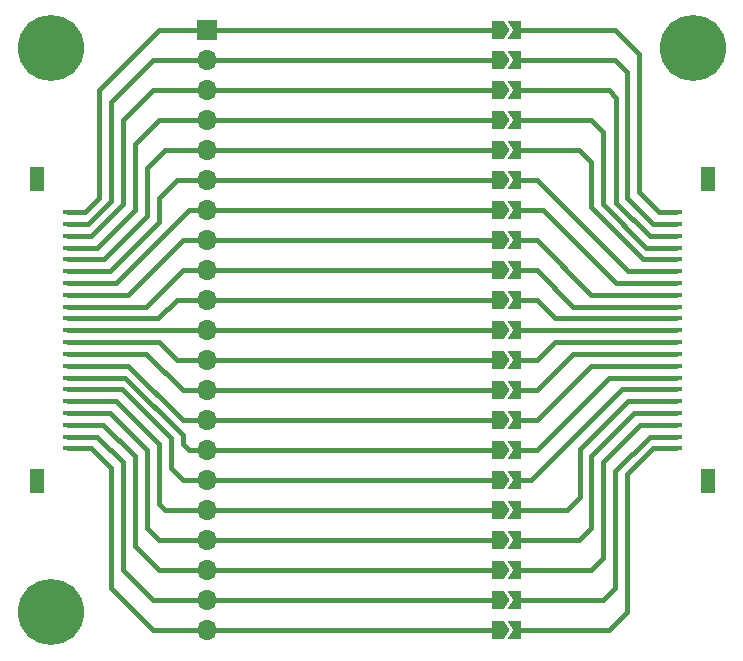
<source format=gbr>
%TF.GenerationSoftware,KiCad,Pcbnew,(6.0.4)*%
%TF.CreationDate,2022-05-17T22:38:10-07:00*%
%TF.ProjectId,ffc_interceptor,6666635f-696e-4746-9572-636570746f72,rev?*%
%TF.SameCoordinates,Original*%
%TF.FileFunction,Copper,L1,Top*%
%TF.FilePolarity,Positive*%
%FSLAX46Y46*%
G04 Gerber Fmt 4.6, Leading zero omitted, Abs format (unit mm)*
G04 Created by KiCad (PCBNEW (6.0.4)) date 2022-05-17 22:38:10*
%MOMM*%
%LPD*%
G01*
G04 APERTURE LIST*
G04 Aperture macros list*
%AMFreePoly0*
4,1,6,1.000000,0.000000,0.500000,-0.750000,-0.500000,-0.750000,-0.500000,0.750000,0.500000,0.750000,1.000000,0.000000,1.000000,0.000000,$1*%
%AMFreePoly1*
4,1,6,0.500000,-0.750000,-0.650000,-0.750000,-0.150000,0.000000,-0.650000,0.750000,0.500000,0.750000,0.500000,-0.750000,0.500000,-0.750000,$1*%
G04 Aperture macros list end*
%TA.AperFunction,SMDPad,CuDef*%
%ADD10FreePoly0,0.000000*%
%TD*%
%TA.AperFunction,SMDPad,CuDef*%
%ADD11FreePoly1,0.000000*%
%TD*%
%TA.AperFunction,SMDPad,CuDef*%
%ADD12R,1.000000X0.400000*%
%TD*%
%TA.AperFunction,SMDPad,CuDef*%
%ADD13R,1.300000X2.000000*%
%TD*%
%TA.AperFunction,ComponentPad*%
%ADD14C,3.600000*%
%TD*%
%TA.AperFunction,ConnectorPad*%
%ADD15C,5.600000*%
%TD*%
%TA.AperFunction,ComponentPad*%
%ADD16R,1.700000X1.700000*%
%TD*%
%TA.AperFunction,ComponentPad*%
%ADD17O,1.700000X1.700000*%
%TD*%
%TA.AperFunction,Conductor*%
%ADD18C,0.381000*%
%TD*%
G04 APERTURE END LIST*
D10*
%TO.P,JP8,1,A*%
%TO.N,Net-(JP8-Pad1)*%
X168947000Y-91440000D03*
D11*
%TO.P,JP8,2,B*%
%TO.N,Net-(JP8-Pad2)*%
X170397000Y-91440000D03*
%TD*%
D10*
%TO.P,JP18,1,A*%
%TO.N,Net-(JP18-Pad1)*%
X168947000Y-116840000D03*
D11*
%TO.P,JP18,2,B*%
%TO.N,Net-(JP18-Pad2)*%
X170397000Y-116840000D03*
%TD*%
D10*
%TO.P,JP1,1,A*%
%TO.N,Net-(JP1-Pad1)*%
X168947000Y-73660000D03*
D11*
%TO.P,JP1,2,B*%
%TO.N,Net-(JP1-Pad2)*%
X170397000Y-73660000D03*
%TD*%
D10*
%TO.P,JP11,1,A*%
%TO.N,Net-(JP11-Pad1)*%
X168947000Y-99060000D03*
D11*
%TO.P,JP11,2,B*%
%TO.N,Net-(JP11-Pad2)*%
X170397000Y-99060000D03*
%TD*%
D12*
%TO.P,J1,1,Pin_1*%
%TO.N,Net-(JP1-Pad1)*%
X132588000Y-89070000D03*
%TO.P,J1,2,Pin_2*%
%TO.N,Net-(JP2-Pad1)*%
X132588000Y-90070000D03*
%TO.P,J1,3,Pin_3*%
%TO.N,Net-(JP3-Pad1)*%
X132588000Y-91070000D03*
%TO.P,J1,4,Pin_4*%
%TO.N,Net-(JP4-Pad1)*%
X132588000Y-92070000D03*
%TO.P,J1,5,Pin_5*%
%TO.N,Net-(JP5-Pad1)*%
X132588000Y-93070000D03*
%TO.P,J1,6,Pin_6*%
%TO.N,Net-(JP6-Pad1)*%
X132588000Y-94070000D03*
%TO.P,J1,7,Pin_7*%
%TO.N,Net-(JP7-Pad1)*%
X132588000Y-95070000D03*
%TO.P,J1,8,Pin_8*%
%TO.N,Net-(JP8-Pad1)*%
X132588000Y-96070000D03*
%TO.P,J1,9,Pin_9*%
%TO.N,Net-(JP9-Pad1)*%
X132588000Y-97070000D03*
%TO.P,J1,10,Pin_10*%
%TO.N,Net-(JP10-Pad1)*%
X132588000Y-98070000D03*
%TO.P,J1,11,Pin_11*%
%TO.N,Net-(JP11-Pad1)*%
X132588000Y-99070000D03*
%TO.P,J1,12,Pin_12*%
%TO.N,Net-(JP12-Pad1)*%
X132588000Y-100070000D03*
%TO.P,J1,13,Pin_13*%
%TO.N,Net-(JP13-Pad1)*%
X132588000Y-101070000D03*
%TO.P,J1,14,Pin_14*%
%TO.N,Net-(JP14-Pad1)*%
X132588000Y-102070000D03*
%TO.P,J1,15,Pin_15*%
%TO.N,Net-(JP15-Pad1)*%
X132588000Y-103070000D03*
%TO.P,J1,16,Pin_16*%
%TO.N,Net-(JP16-Pad1)*%
X132588000Y-104070000D03*
%TO.P,J1,17,Pin_17*%
%TO.N,Net-(JP17-Pad1)*%
X132588000Y-105070000D03*
%TO.P,J1,18,Pin_18*%
%TO.N,Net-(JP18-Pad1)*%
X132588000Y-106070000D03*
%TO.P,J1,19,Pin_19*%
%TO.N,Net-(JP19-Pad1)*%
X132588000Y-107070000D03*
%TO.P,J1,20,Pin_20*%
%TO.N,Net-(JP20-Pad1)*%
X132588000Y-108070000D03*
%TO.P,J1,21,Pin_21*%
%TO.N,Net-(JP21-Pad1)*%
X132588000Y-109070000D03*
D13*
%TO.P,J1,MP*%
%TO.N,N/C*%
X129888000Y-111870000D03*
X129888000Y-86270000D03*
%TD*%
D10*
%TO.P,JP20,1,A*%
%TO.N,Net-(JP20-Pad1)*%
X168947000Y-121920000D03*
D11*
%TO.P,JP20,2,B*%
%TO.N,Net-(JP20-Pad2)*%
X170397000Y-121920000D03*
%TD*%
D12*
%TO.P,J3,1,Pin_1*%
%TO.N,Net-(JP21-Pad2)*%
X184002000Y-109070000D03*
%TO.P,J3,2,Pin_2*%
%TO.N,Net-(JP20-Pad2)*%
X184002000Y-108070000D03*
%TO.P,J3,3,Pin_3*%
%TO.N,Net-(JP19-Pad2)*%
X184002000Y-107070000D03*
%TO.P,J3,4,Pin_4*%
%TO.N,Net-(JP18-Pad2)*%
X184002000Y-106070000D03*
%TO.P,J3,5,Pin_5*%
%TO.N,Net-(JP17-Pad2)*%
X184002000Y-105070000D03*
%TO.P,J3,6,Pin_6*%
%TO.N,Net-(JP16-Pad2)*%
X184002000Y-104070000D03*
%TO.P,J3,7,Pin_7*%
%TO.N,Net-(JP15-Pad2)*%
X184002000Y-103070000D03*
%TO.P,J3,8,Pin_8*%
%TO.N,Net-(JP14-Pad2)*%
X184002000Y-102070000D03*
%TO.P,J3,9,Pin_9*%
%TO.N,Net-(JP13-Pad2)*%
X184002000Y-101070000D03*
%TO.P,J3,10,Pin_10*%
%TO.N,Net-(JP12-Pad2)*%
X184002000Y-100070000D03*
%TO.P,J3,11,Pin_11*%
%TO.N,Net-(JP11-Pad2)*%
X184002000Y-99070000D03*
%TO.P,J3,12,Pin_12*%
%TO.N,Net-(JP10-Pad2)*%
X184002000Y-98070000D03*
%TO.P,J3,13,Pin_13*%
%TO.N,Net-(JP9-Pad2)*%
X184002000Y-97070000D03*
%TO.P,J3,14,Pin_14*%
%TO.N,Net-(JP8-Pad2)*%
X184002000Y-96070000D03*
%TO.P,J3,15,Pin_15*%
%TO.N,Net-(JP7-Pad2)*%
X184002000Y-95070000D03*
%TO.P,J3,16,Pin_16*%
%TO.N,Net-(JP6-Pad2)*%
X184002000Y-94070000D03*
%TO.P,J3,17,Pin_17*%
%TO.N,Net-(JP5-Pad2)*%
X184002000Y-93070000D03*
%TO.P,J3,18,Pin_18*%
%TO.N,Net-(JP4-Pad2)*%
X184002000Y-92070000D03*
%TO.P,J3,19,Pin_19*%
%TO.N,Net-(JP3-Pad2)*%
X184002000Y-91070000D03*
%TO.P,J3,20,Pin_20*%
%TO.N,Net-(JP2-Pad2)*%
X184002000Y-90070000D03*
%TO.P,J3,21,Pin_21*%
%TO.N,Net-(JP1-Pad2)*%
X184002000Y-89070000D03*
D13*
%TO.P,J3,MP*%
%TO.N,N/C*%
X186702000Y-111870000D03*
X186702000Y-86270000D03*
%TD*%
D10*
%TO.P,JP3,1,A*%
%TO.N,Net-(JP3-Pad1)*%
X168947000Y-78740000D03*
D11*
%TO.P,JP3,2,B*%
%TO.N,Net-(JP3-Pad2)*%
X170397000Y-78740000D03*
%TD*%
D10*
%TO.P,JP15,1,A*%
%TO.N,Net-(JP15-Pad1)*%
X168947000Y-109220000D03*
D11*
%TO.P,JP15,2,B*%
%TO.N,Net-(JP15-Pad2)*%
X170397000Y-109220000D03*
%TD*%
D10*
%TO.P,JP13,1,A*%
%TO.N,Net-(JP13-Pad1)*%
X168947000Y-104140000D03*
D11*
%TO.P,JP13,2,B*%
%TO.N,Net-(JP13-Pad2)*%
X170397000Y-104140000D03*
%TD*%
D14*
%TO.P,H2,1*%
%TO.N,N/C*%
X131064000Y-75184000D03*
D15*
X131064000Y-75184000D03*
%TD*%
D10*
%TO.P,JP19,1,A*%
%TO.N,Net-(JP19-Pad1)*%
X168947000Y-119380000D03*
D11*
%TO.P,JP19,2,B*%
%TO.N,Net-(JP19-Pad2)*%
X170397000Y-119380000D03*
%TD*%
D10*
%TO.P,JP12,1,A*%
%TO.N,Net-(JP12-Pad1)*%
X168947000Y-101600000D03*
D11*
%TO.P,JP12,2,B*%
%TO.N,Net-(JP12-Pad2)*%
X170397000Y-101600000D03*
%TD*%
D10*
%TO.P,JP9,1,A*%
%TO.N,Net-(JP9-Pad1)*%
X168947000Y-93980000D03*
D11*
%TO.P,JP9,2,B*%
%TO.N,Net-(JP9-Pad2)*%
X170397000Y-93980000D03*
%TD*%
D10*
%TO.P,JP4,1,A*%
%TO.N,Net-(JP4-Pad1)*%
X168947000Y-81280000D03*
D11*
%TO.P,JP4,2,B*%
%TO.N,Net-(JP4-Pad2)*%
X170397000Y-81280000D03*
%TD*%
D10*
%TO.P,JP7,1,A*%
%TO.N,Net-(JP7-Pad1)*%
X168947000Y-88900000D03*
D11*
%TO.P,JP7,2,B*%
%TO.N,Net-(JP7-Pad2)*%
X170397000Y-88900000D03*
%TD*%
D10*
%TO.P,JP16,1,A*%
%TO.N,Net-(JP16-Pad1)*%
X168947000Y-111760000D03*
D11*
%TO.P,JP16,2,B*%
%TO.N,Net-(JP16-Pad2)*%
X170397000Y-111760000D03*
%TD*%
D10*
%TO.P,JP5,1,A*%
%TO.N,Net-(JP5-Pad1)*%
X168947000Y-83820000D03*
D11*
%TO.P,JP5,2,B*%
%TO.N,Net-(JP5-Pad2)*%
X170397000Y-83820000D03*
%TD*%
D10*
%TO.P,JP14,1,A*%
%TO.N,Net-(JP14-Pad1)*%
X168947000Y-106680000D03*
D11*
%TO.P,JP14,2,B*%
%TO.N,Net-(JP14-Pad2)*%
X170397000Y-106680000D03*
%TD*%
D10*
%TO.P,JP17,1,A*%
%TO.N,Net-(JP17-Pad1)*%
X168947000Y-114300000D03*
D11*
%TO.P,JP17,2,B*%
%TO.N,Net-(JP17-Pad2)*%
X170397000Y-114300000D03*
%TD*%
D10*
%TO.P,JP6,1,A*%
%TO.N,Net-(JP6-Pad1)*%
X168947000Y-86360000D03*
D11*
%TO.P,JP6,2,B*%
%TO.N,Net-(JP6-Pad2)*%
X170397000Y-86360000D03*
%TD*%
D14*
%TO.P,H3,1*%
%TO.N,N/C*%
X131064000Y-122936000D03*
D15*
X131064000Y-122936000D03*
%TD*%
D14*
%TO.P,H1,1*%
%TO.N,N/C*%
X185420000Y-75184000D03*
D15*
X185420000Y-75184000D03*
%TD*%
D10*
%TO.P,JP21,1,A*%
%TO.N,Net-(JP21-Pad1)*%
X168947000Y-124460000D03*
D11*
%TO.P,JP21,2,B*%
%TO.N,Net-(JP21-Pad2)*%
X170397000Y-124460000D03*
%TD*%
D10*
%TO.P,JP10,1,A*%
%TO.N,Net-(JP10-Pad1)*%
X168947000Y-96520000D03*
D11*
%TO.P,JP10,2,B*%
%TO.N,Net-(JP10-Pad2)*%
X170397000Y-96520000D03*
%TD*%
D16*
%TO.P,J2,1,Pin_1*%
%TO.N,Net-(JP1-Pad1)*%
X144272000Y-73660000D03*
D17*
%TO.P,J2,2,Pin_2*%
%TO.N,Net-(JP2-Pad1)*%
X144272000Y-76200000D03*
%TO.P,J2,3,Pin_3*%
%TO.N,Net-(JP3-Pad1)*%
X144272000Y-78740000D03*
%TO.P,J2,4,Pin_4*%
%TO.N,Net-(JP4-Pad1)*%
X144272000Y-81280000D03*
%TO.P,J2,5,Pin_5*%
%TO.N,Net-(JP5-Pad1)*%
X144272000Y-83820000D03*
%TO.P,J2,6,Pin_6*%
%TO.N,Net-(JP6-Pad1)*%
X144272000Y-86360000D03*
%TO.P,J2,7,Pin_7*%
%TO.N,Net-(JP7-Pad1)*%
X144272000Y-88900000D03*
%TO.P,J2,8,Pin_8*%
%TO.N,Net-(JP8-Pad1)*%
X144272000Y-91440000D03*
%TO.P,J2,9,Pin_9*%
%TO.N,Net-(JP9-Pad1)*%
X144272000Y-93980000D03*
%TO.P,J2,10,Pin_10*%
%TO.N,Net-(JP10-Pad1)*%
X144272000Y-96520000D03*
%TO.P,J2,11,Pin_11*%
%TO.N,Net-(JP11-Pad1)*%
X144272000Y-99060000D03*
%TO.P,J2,12,Pin_12*%
%TO.N,Net-(JP12-Pad1)*%
X144272000Y-101600000D03*
%TO.P,J2,13,Pin_13*%
%TO.N,Net-(JP13-Pad1)*%
X144272000Y-104140000D03*
%TO.P,J2,14,Pin_14*%
%TO.N,Net-(JP14-Pad1)*%
X144272000Y-106680000D03*
%TO.P,J2,15,Pin_15*%
%TO.N,Net-(JP15-Pad1)*%
X144272000Y-109220000D03*
%TO.P,J2,16,Pin_16*%
%TO.N,Net-(JP16-Pad1)*%
X144272000Y-111760000D03*
%TO.P,J2,17,Pin_17*%
%TO.N,Net-(JP17-Pad1)*%
X144272000Y-114300000D03*
%TO.P,J2,18,Pin_18*%
%TO.N,Net-(JP18-Pad1)*%
X144272000Y-116840000D03*
%TO.P,J2,19,Pin_19*%
%TO.N,Net-(JP19-Pad1)*%
X144272000Y-119380000D03*
%TO.P,J2,20,Pin_20*%
%TO.N,Net-(JP20-Pad1)*%
X144272000Y-121920000D03*
%TO.P,J2,21,Pin_21*%
%TO.N,Net-(JP21-Pad1)*%
X144272000Y-124460000D03*
%TD*%
D10*
%TO.P,JP2,1,A*%
%TO.N,Net-(JP2-Pad1)*%
X168947000Y-76200000D03*
D11*
%TO.P,JP2,2,B*%
%TO.N,Net-(JP2-Pad2)*%
X170397000Y-76200000D03*
%TD*%
D18*
%TO.N,Net-(JP1-Pad1)*%
X144272000Y-73660000D02*
X140208000Y-73660000D01*
X144272000Y-73660000D02*
X168947000Y-73660000D01*
X135128000Y-87884000D02*
X133944000Y-89068000D01*
X133944000Y-89068000D02*
X132482000Y-89068000D01*
X140208000Y-73660000D02*
X135128000Y-78740000D01*
X135128000Y-78740000D02*
X135128000Y-87884000D01*
%TO.N,Net-(JP2-Pad1)*%
X134200558Y-90068000D02*
X136144000Y-88124558D01*
X136144000Y-79756000D02*
X139700000Y-76200000D01*
X136144000Y-88124558D02*
X136144000Y-79756000D01*
X132482000Y-90068000D02*
X134200558Y-90068000D01*
X139700000Y-76200000D02*
X144272000Y-76200000D01*
X144272000Y-76200000D02*
X168947000Y-76200000D01*
%TO.N,Net-(JP3-Pad1)*%
X132482000Y-91068000D02*
X134457116Y-91068000D01*
X139700000Y-78740000D02*
X144272000Y-78740000D01*
X137160000Y-81280000D02*
X139700000Y-78740000D01*
X144272000Y-78740000D02*
X168947000Y-78740000D01*
X134457116Y-91068000D02*
X137160000Y-88365116D01*
X137160000Y-88365116D02*
X137160000Y-81280000D01*
%TO.N,Net-(JP4-Pad1)*%
X140208000Y-81280000D02*
X144272000Y-81280000D01*
X144272000Y-81280000D02*
X168947000Y-81280000D01*
X138176000Y-83312000D02*
X140208000Y-81280000D01*
X135008000Y-92068000D02*
X138176000Y-88900000D01*
X138176000Y-88900000D02*
X138176000Y-83312000D01*
X132482000Y-92068000D02*
X135008000Y-92068000D01*
%TO.N,Net-(JP5-Pad1)*%
X139192000Y-89408000D02*
X139192000Y-85344000D01*
X144272000Y-83820000D02*
X168947000Y-83820000D01*
X135532000Y-93068000D02*
X139192000Y-89408000D01*
X132482000Y-93068000D02*
X135532000Y-93068000D01*
X140716000Y-83820000D02*
X144272000Y-83820000D01*
X139192000Y-85344000D02*
X140716000Y-83820000D01*
%TO.N,Net-(JP6-Pad1)*%
X140208000Y-89916000D02*
X140208000Y-87884000D01*
X141732000Y-86360000D02*
X144272000Y-86360000D01*
X140208000Y-87884000D02*
X141732000Y-86360000D01*
X144272000Y-86360000D02*
X168947000Y-86360000D01*
X132482000Y-94068000D02*
X136056000Y-94068000D01*
X136056000Y-94068000D02*
X140208000Y-89916000D01*
%TO.N,Net-(JP7-Pad1)*%
X136580000Y-95068000D02*
X142748000Y-88900000D01*
X142748000Y-88900000D02*
X144272000Y-88900000D01*
X132482000Y-95068000D02*
X136580000Y-95068000D01*
X144272000Y-88900000D02*
X168947000Y-88900000D01*
%TO.N,Net-(JP8-Pad1)*%
X132482000Y-96068000D02*
X137612000Y-96068000D01*
X142240000Y-91440000D02*
X144272000Y-91440000D01*
X137612000Y-96068000D02*
X142240000Y-91440000D01*
X144272000Y-91440000D02*
X168947000Y-91440000D01*
%TO.N,Net-(JP9-Pad1)*%
X139152000Y-97068000D02*
X142240000Y-93980000D01*
X144272000Y-93980000D02*
X168947000Y-93980000D01*
X132482000Y-97068000D02*
X139152000Y-97068000D01*
X142240000Y-93980000D02*
X144272000Y-93980000D01*
%TO.N,Net-(JP10-Pad1)*%
X132482000Y-98068000D02*
X140184000Y-98068000D01*
X140184000Y-98068000D02*
X141732000Y-96520000D01*
X144272000Y-96520000D02*
X168947000Y-96520000D01*
X141732000Y-96520000D02*
X144272000Y-96520000D01*
%TO.N,Net-(JP11-Pad1)*%
X144272000Y-99060000D02*
X168947000Y-99060000D01*
X132482000Y-99068000D02*
X144264000Y-99068000D01*
X144264000Y-99068000D02*
X144272000Y-99060000D01*
%TO.N,Net-(JP12-Pad1)*%
X141732000Y-101600000D02*
X144272000Y-101600000D01*
X140200000Y-100068000D02*
X141732000Y-101600000D01*
X132482000Y-100068000D02*
X140200000Y-100068000D01*
X144272000Y-101600000D02*
X168947000Y-101600000D01*
%TO.N,Net-(JP13-Pad1)*%
X139168000Y-101068000D02*
X142240000Y-104140000D01*
X132482000Y-101068000D02*
X139168000Y-101068000D01*
X144272000Y-104140000D02*
X168947000Y-104140000D01*
X142240000Y-104140000D02*
X144272000Y-104140000D01*
%TO.N,Net-(JP14-Pad1)*%
X137628000Y-102068000D02*
X142240000Y-106680000D01*
X144272000Y-106680000D02*
X168947000Y-106680000D01*
X142240000Y-106680000D02*
X144272000Y-106680000D01*
X132482000Y-102068000D02*
X137628000Y-102068000D01*
%TO.N,Net-(JP15-Pad1)*%
X144272000Y-109220000D02*
X142748000Y-109220000D01*
X142240000Y-108712000D02*
X142240000Y-107963443D01*
X142748000Y-109220000D02*
X142240000Y-108712000D01*
X144272000Y-109220000D02*
X168947000Y-109220000D01*
X137344557Y-103068000D02*
X132482000Y-103068000D01*
X142240000Y-107963443D02*
X137344557Y-103068000D01*
%TO.N,Net-(JP16-Pad1)*%
X142240000Y-111760000D02*
X144272000Y-111760000D01*
X132482000Y-104068000D02*
X137088000Y-104068000D01*
X141224000Y-108204000D02*
X141224000Y-110744000D01*
X144272000Y-111760000D02*
X168947000Y-111760000D01*
X141224000Y-110744000D02*
X142240000Y-111760000D01*
X137088000Y-104068000D02*
X141224000Y-108204000D01*
%TO.N,Net-(JP17-Pad1)*%
X140208000Y-113792000D02*
X140716000Y-114300000D01*
X140208000Y-108712000D02*
X140208000Y-113792000D01*
X136564000Y-105068000D02*
X140208000Y-108712000D01*
X144272000Y-114300000D02*
X168947000Y-114300000D01*
X140716000Y-114300000D02*
X144272000Y-114300000D01*
X132482000Y-105068000D02*
X136564000Y-105068000D01*
%TO.N,Net-(JP18-Pad1)*%
X132482000Y-106068000D02*
X136040000Y-106068000D01*
X144272000Y-116840000D02*
X168947000Y-116840000D01*
X139192000Y-115824000D02*
X140208000Y-116840000D01*
X139192000Y-109220000D02*
X139192000Y-115824000D01*
X136040000Y-106068000D02*
X139192000Y-109220000D01*
X140208000Y-116840000D02*
X144272000Y-116840000D01*
%TO.N,Net-(JP19-Pad1)*%
X138176000Y-117348000D02*
X140208000Y-119380000D01*
X138176000Y-109728000D02*
X138176000Y-117348000D01*
X132482000Y-107068000D02*
X135516000Y-107068000D01*
X144272000Y-119380000D02*
X168947000Y-119380000D01*
X140208000Y-119380000D02*
X144272000Y-119380000D01*
X135516000Y-107068000D02*
X138176000Y-109728000D01*
%TO.N,Net-(JP20-Pad1)*%
X134992000Y-108068000D02*
X137160000Y-110236000D01*
X139700000Y-121920000D02*
X144272000Y-121920000D01*
X132482000Y-108068000D02*
X134992000Y-108068000D01*
X144272000Y-121920000D02*
X168947000Y-121920000D01*
X137160000Y-110236000D02*
X137160000Y-119380000D01*
X137160000Y-119380000D02*
X139700000Y-121920000D01*
%TO.N,Net-(JP21-Pad1)*%
X136144000Y-120904000D02*
X139700000Y-124460000D01*
X132482000Y-109068000D02*
X134468000Y-109068000D01*
X139700000Y-124460000D02*
X144272000Y-124460000D01*
X134468000Y-109068000D02*
X136144000Y-110744000D01*
X136144000Y-110744000D02*
X136144000Y-120904000D01*
X144272000Y-124460000D02*
X168947000Y-124460000D01*
%TO.N,Net-(JP21-Pad2)*%
X178308000Y-124460000D02*
X170645020Y-124460000D01*
X179832000Y-122936000D02*
X178308000Y-124460000D01*
X182016000Y-109068000D02*
X179832000Y-111252000D01*
X184002000Y-109068000D02*
X182016000Y-109068000D01*
X179832000Y-111252000D02*
X179832000Y-122936000D01*
%TO.N,Net-(JP20-Pad2)*%
X181759443Y-108068000D02*
X178816000Y-111011443D01*
X178816000Y-111011443D02*
X178816000Y-120904000D01*
X178816000Y-120904000D02*
X177800000Y-121920000D01*
X177800000Y-121920000D02*
X170645020Y-121920000D01*
X184002000Y-108068000D02*
X181759443Y-108068000D01*
%TO.N,Net-(JP19-Pad2)*%
X176784000Y-119380000D02*
X170645020Y-119380000D01*
X184002000Y-107070000D02*
X180966000Y-107070000D01*
X177800000Y-118364000D02*
X176784000Y-119380000D01*
X177800000Y-110236000D02*
X177800000Y-118364000D01*
X180966000Y-107070000D02*
X177800000Y-110236000D01*
%TO.N,Net-(JP18-Pad2)*%
X176784000Y-109728000D02*
X176784000Y-115824000D01*
X184002000Y-106070000D02*
X180442000Y-106070000D01*
X175768000Y-116840000D02*
X170645020Y-116840000D01*
X176784000Y-115824000D02*
X175768000Y-116840000D01*
X180442000Y-106070000D02*
X176784000Y-109728000D01*
%TO.N,Net-(JP17-Pad2)*%
X175895480Y-113156520D02*
X174752000Y-114300000D01*
X174752000Y-114300000D02*
X170645020Y-114300000D01*
X179918000Y-105070000D02*
X175895480Y-109092520D01*
X184002000Y-105070000D02*
X179918000Y-105070000D01*
X175895480Y-109092520D02*
X175895480Y-113156520D01*
%TO.N,Net-(JP16-Pad2)*%
X171704000Y-111760000D02*
X170645020Y-111760000D01*
X179394000Y-104070000D02*
X171704000Y-111760000D01*
X184002000Y-104070000D02*
X179394000Y-104070000D01*
%TO.N,Net-(JP15-Pad2)*%
X184002000Y-103070000D02*
X178362000Y-103070000D01*
X172212000Y-109220000D02*
X170645020Y-109220000D01*
X178362000Y-103070000D02*
X172212000Y-109220000D01*
%TO.N,Net-(JP14-Pad2)*%
X184002000Y-102068000D02*
X176824000Y-102068000D01*
X176824000Y-102068000D02*
X172212000Y-106680000D01*
X172212000Y-106680000D02*
X170645020Y-106680000D01*
%TO.N,Net-(JP13-Pad2)*%
X172212000Y-104140000D02*
X170645020Y-104140000D01*
X184002000Y-101068000D02*
X175284000Y-101068000D01*
X175284000Y-101068000D02*
X172212000Y-104140000D01*
%TO.N,Net-(JP12-Pad2)*%
X173744000Y-100068000D02*
X172212000Y-101600000D01*
X184002000Y-100068000D02*
X173744000Y-100068000D01*
X172212000Y-101600000D02*
X170645020Y-101600000D01*
%TO.N,Net-(JP11-Pad2)*%
X184002000Y-99068000D02*
X170653020Y-99068000D01*
X170653020Y-99068000D02*
X170645020Y-99060000D01*
%TO.N,Net-(JP10-Pad2)*%
X173760000Y-98068000D02*
X172212000Y-96520000D01*
X184002000Y-98068000D02*
X173760000Y-98068000D01*
X172212000Y-96520000D02*
X170645020Y-96520000D01*
%TO.N,Net-(JP9-Pad2)*%
X175300000Y-97068000D02*
X172212000Y-93980000D01*
X184002000Y-97068000D02*
X175300000Y-97068000D01*
X172212000Y-93980000D02*
X170645020Y-93980000D01*
%TO.N,Net-(JP8-Pad2)*%
X172212000Y-91440000D02*
X170645020Y-91440000D01*
X184002000Y-96068000D02*
X176840000Y-96068000D01*
X176840000Y-96068000D02*
X172212000Y-91440000D01*
%TO.N,Net-(JP7-Pad2)*%
X172720000Y-88900000D02*
X170645020Y-88900000D01*
X178890000Y-95070000D02*
X172720000Y-88900000D01*
X184002000Y-95070000D02*
X178890000Y-95070000D01*
%TO.N,Net-(JP6-Pad2)*%
X172212000Y-86360000D02*
X170645020Y-86360000D01*
X179922000Y-94070000D02*
X172212000Y-86360000D01*
X184002000Y-94070000D02*
X179922000Y-94070000D01*
%TO.N,Net-(JP5-Pad2)*%
X184002000Y-93070000D02*
X181221442Y-93070000D01*
X175768000Y-83820000D02*
X170645020Y-83820000D01*
X176784000Y-88632558D02*
X176784000Y-84836000D01*
X176784000Y-84836000D02*
X175768000Y-83820000D01*
X181221442Y-93070000D02*
X176784000Y-88632558D01*
%TO.N,Net-(JP4-Pad2)*%
X177800000Y-82296000D02*
X176784000Y-81280000D01*
X177800000Y-88392000D02*
X177800000Y-82296000D01*
X181478000Y-92070000D02*
X177800000Y-88392000D01*
X176784000Y-81280000D02*
X170645020Y-81280000D01*
X184002000Y-92070000D02*
X181478000Y-92070000D01*
%TO.N,Net-(JP3-Pad2)*%
X178943480Y-88252037D02*
X178943480Y-79375480D01*
X178308000Y-78740000D02*
X170645020Y-78740000D01*
X184002000Y-91068000D02*
X181759443Y-91068000D01*
X178943480Y-79375480D02*
X178308000Y-78740000D01*
X181759443Y-91068000D02*
X178943480Y-88252037D01*
%TO.N,Net-(JP2-Pad2)*%
X178816000Y-76200000D02*
X170645020Y-76200000D01*
X182016000Y-90068000D02*
X179832000Y-87884000D01*
X179832000Y-77216000D02*
X178816000Y-76200000D01*
X179832000Y-87884000D02*
X179832000Y-77216000D01*
X184002000Y-90068000D02*
X182016000Y-90068000D01*
%TO.N,Net-(JP1-Pad2)*%
X182540000Y-89068000D02*
X180848000Y-87376000D01*
X180848000Y-87376000D02*
X180848000Y-75692000D01*
X180848000Y-75692000D02*
X178816000Y-73660000D01*
X184002000Y-89068000D02*
X182540000Y-89068000D01*
X178816000Y-73660000D02*
X170645020Y-73660000D01*
%TD*%
M02*

</source>
